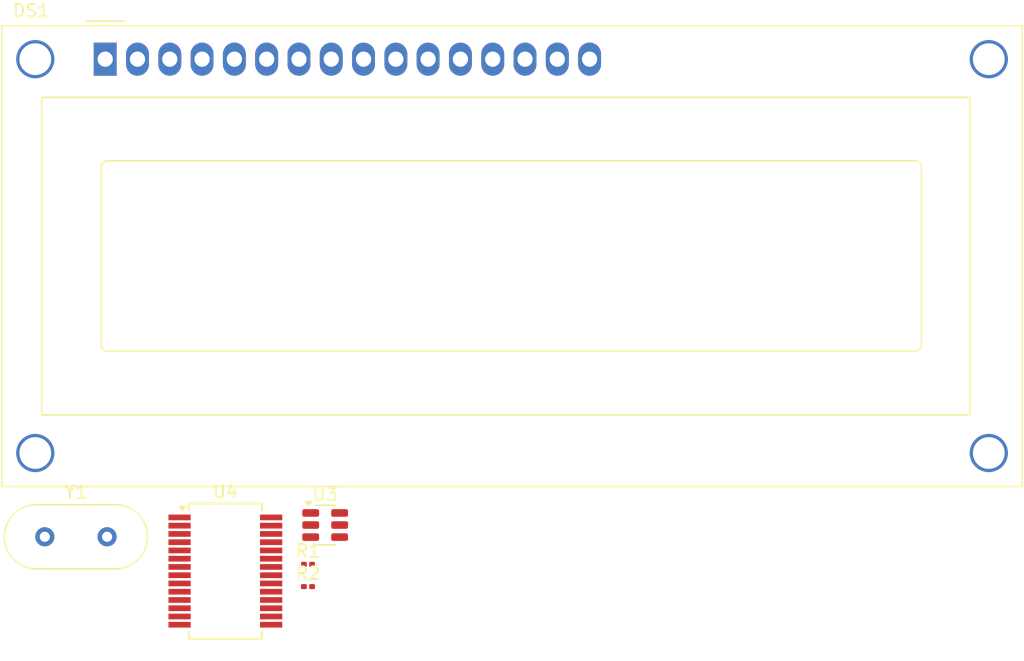
<source format=kicad_pcb>
(kicad_pcb (version 20241229) (generator "pcbnew") (generator_version "9.0")
  (layers (0 "F.Cu" signal) (2 "B.Cu" signal) (13 "F.Paste" user) (15 "B.Paste" user) (5 "F.SilkS" user "F.Silkscreen") (7 "B.SilkS" user "B.Silkscreen") (1 "F.Mask" user) (3 "B.Mask" user) (25 "Edge.Cuts" user))
  (net 0 "")
  (net 1 "VCC")
  (net 2 "Net-(DS1-D5)")
  (net 3 "ADC0")
  (net 4 "GND")
  (net 5 "Net-(DS1-D2)")
  (net 6 "Net-(DS1-D3)")
  (net 7 "Net-(DS1-D0)")
  (net 8 "Net-(DS1-D6)")
  (net 9 "Net-(DS1-D7)")
  (net 10 "ADC2")
  (net 11 "ADC1")
  (net 12 "Net-(DS1-D4)")
  (net 13 "Net-(DS1-D1)")
  (net 14 "Net-(U3-SDA)")
  (net 15 "SDA")
  (net 16 "Net-(U3-SCL)")
  (net 17 "SCL")
  (net 45 "XTAL2")
  (net 46 "XTAL1")
  (footprint "Display:WC1602A" (layer "F.Cu") (at 195.14312 27.6225)
    (property "Reference" "DS1" (at -5.82 -3.81 0) (layer "F.SilkS"))
    (property "Value" "WC1602A")
    (fp_line (start -8.14 -2.64) (end -8.14 33.64) (stroke (width 0.12)) (layer "F.SilkS"))
    (fp_line (start -8.14 33.64) (end 72.14 33.64) (stroke (width 0.12)) (layer "F.SilkS"))
    (fp_line (start -8.13 -2.64) (end -7.34 -2.64) (stroke (width 0.12)) (layer "F.SilkS"))
    (fp_line (start -5 3) (end 68 3) (stroke (width 0.12)) (layer "F.SilkS"))
    (fp_line (start -5 28) (end -5 3) (stroke (width 0.12)) (layer "F.SilkS"))
    (fp_line (start -1.5 -3) (end 1.5 -3) (stroke (width 0.12)) (layer "F.SilkS"))
    (fp_line (start -0.29972 22.49932) (end -0.29972 8.5) (stroke (width 0.12)) (layer "F.SilkS"))
    (fp_line (start 0.2 8) (end 63.7 8) (stroke (width 0.12)) (layer "F.SilkS"))
    (fp_line (start 63.70066 23) (end 0.2 23) (stroke (width 0.12)) (layer "F.SilkS"))
    (fp_line (start 64.2 8.5) (end 64.2 22.5) (stroke (width 0.12)) (layer "F.SilkS"))
    (fp_line (start 68 3) (end 68 28) (stroke (width 0.12)) (layer "F.SilkS"))
    (fp_line (start 68 28) (end -5 28) (stroke (width 0.12)) (layer "F.SilkS"))
    (fp_line (start 72.14 -2.64) (end -7.34 -2.64) (stroke (width 0.12)) (layer "F.SilkS"))
    (fp_line (start 72.14 33.64) (end 72.14 -2.64) (stroke (width 0.12)) (layer "F.SilkS"))
    (fp_arc (start -0.29972 8.49884) (mid -0.153162 8.145018) (end 0.20066 7.99846) (stroke (width 0.12)) (layer "F.SilkS"))
    (fp_arc (start 0.20066 22.9997) (mid -0.153162 22.853142) (end -0.29972 22.49932) (stroke (width 0.12)) (layer "F.SilkS"))
    (fp_arc (start 63.7 8) (mid 64.053553 8.146447) (end 64.2 8.5) (stroke (width 0.12)) (layer "F.SilkS"))
    (fp_arc (start 64.20104 22.49932) (mid 64.054482 22.853142) (end 63.70066 22.9997) (stroke (width 0.12)) (layer "F.SilkS"))
    (pad "" thru_hole circle (at -5.4991 0) (size 3 3) (drill 2.5) (layers "*.Cu" "*.Mask"))
    (pad "" thru_hole circle (at -5.4991 31.0007) (size 3 3) (drill 2.5) (layers "*.Cu" "*.Mask"))
    (pad "" thru_hole circle (at 69.49948 31.0007) (size 3 3) (drill 2.5) (layers "*.Cu" "*.Mask"))
    (pad "" thru_hole circle (at 69.5 0) (size 3 3) (drill 2.5) (layers "*.Cu" "*.Mask"))
    (pad "1" thru_hole rect (at 0 0) (size 1.8 2.6) (drill 1.2) (layers "*.Cu" "*.Mask") (net 4 "GND"))
    (pad "2" thru_hole oval (at 2.54 0) (size 1.8 2.6) (drill 1.2) (layers "*.Cu" "*.Mask") (net 1 "VCC"))
    (pad "3" thru_hole oval (at 5.08 0) (size 1.8 2.6) (drill 1.2) (layers "*.Cu" "*.Mask") (net 1 "VCC"))
    (pad "4" thru_hole oval (at 7.62 0) (size 1.8 2.6) (drill 1.2) (layers "*.Cu" "*.Mask") (net 3 "ADC0"))
    (pad "5" thru_hole oval (at 10.16 0) (size 1.8 2.6) (drill 1.2) (layers "*.Cu" "*.Mask") (net 10 "ADC2"))
    (pad "6" thru_hole oval (at 12.7 0) (size 1.8 2.6) (drill 1.2) (layers "*.Cu" "*.Mask") (net 11 "ADC1"))
    (pad "7" thru_hole oval (at 15.24 0) (size 1.8 2.6) (drill 1.2) (layers "*.Cu" "*.Mask") (net 7 "Net-(DS1-D0)"))
    (pad "8" thru_hole oval (at 17.78 0) (size 1.8 2.6) (drill 1.2) (layers "*.Cu" "*.Mask") (net 13 "Net-(DS1-D1)"))
    (pad "9" thru_hole oval (at 20.32 0) (size 1.8 2.6) (drill 1.2) (layers "*.Cu" "*.Mask") (net 5 "Net-(DS1-D2)"))
    (pad "10" thru_hole oval (at 22.86 0) (size 1.8 2.6) (drill 1.2) (layers "*.Cu" "*.Mask") (net 6 "Net-(DS1-D3)"))
    (pad "11" thru_hole oval (at 25.4 0) (size 1.8 2.6) (drill 1.2) (layers "*.Cu" "*.Mask") (net 12 "Net-(DS1-D4)"))
    (pad "12" thru_hole oval (at 27.94 0) (size 1.8 2.6) (drill 1.2) (layers "*.Cu" "*.Mask") (net 2 "Net-(DS1-D5)"))
    (pad "13" thru_hole oval (at 30.48 0) (size 1.8 2.6) (drill 1.2) (layers "*.Cu" "*.Mask") (net 8 "Net-(DS1-D6)"))
    (pad "14" thru_hole oval (at 33.02 0) (size 1.8 2.6) (drill 1.2) (layers "*.Cu" "*.Mask") (net 9 "Net-(DS1-D7)"))
    (pad "15" thru_hole oval (at 35.56 0) (size 1.8 2.6) (drill 1.2) (layers "*.Cu" "*.Mask") (net 1 "VCC"))
    (pad "16" thru_hole oval (at 38.1 0) (size 1.8 2.6) (drill 1.2) (layers "*.Cu" "*.Mask") (net 4 "GND"))
  )
  (footprint "Resistor_SMD:R_0201_0603Metric" (layer "F.Cu") (at 211.09312 69.1375)
    (property "Reference" "R2" (at 0 -1.05 0) (layer "F.SilkS"))
    (property "Value" "4.7k")
    (pad "1" smd roundrect (at -0.32 0) (size 0.46 0.4) (layers "F.Cu" "F.Mask") (net 16 "Net-(U3-SCL)"))
    (pad "2" smd roundrect (at 0.32 0) (size 0.46 0.4) (layers "F.Cu" "F.Mask") (net 17 "SCL"))
  )
  (footprint "Resistor_SMD:R_0201_0603Metric" (layer "F.Cu") (at 211.09312 67.3875)
    (property "Reference" "R1" (at 0 -1.05 0) (layer "F.SilkS"))
    (property "Value" "4.7k")
    (pad "1" smd roundrect (at -0.32 0) (size 0.46 0.4) (layers "F.Cu" "F.Mask") (net 14 "Net-(U3-SDA)"))
    (pad "2" smd roundrect (at 0.32 0) (size 0.46 0.4) (layers "F.Cu" "F.Mask") (net 15 "SDA"))
  )
  (footprint "Crystal:Crystal_HC18-U_Vertical" (layer "F.Cu") (at 190.39312 65.2175)
    (property "Reference" "Y1" (at 2.45 -3.525 0) (layer "F.SilkS"))
    (property "Value" "Crystal")
    (fp_line (start -0.675 -2.525) (end 5.575 -2.525) (stroke (width 0.12)) (layer "F.SilkS"))
    (fp_line (start -0.675 2.525) (end 5.575 2.525) (stroke (width 0.12)) (layer "F.SilkS"))
    (fp_arc (start -0.675 2.525) (mid -3.2 0) (end -0.675 -2.525) (stroke (width 0.12)) (layer "F.SilkS"))
    (fp_arc (start 5.575 -2.525) (mid 8.1 0) (end 5.575 2.525) (stroke (width 0.12)) (layer "F.SilkS"))
    (pad "1" thru_hole circle (at 0 0) (size 1.5 1.5) (drill 0.8) (layers "*.Cu" "*.Mask") (net 46 "XTAL1"))
    (pad "2" thru_hole circle (at 4.9 0) (size 1.5 1.5) (drill 0.8) (layers "*.Cu" "*.Mask") (net 45 "XTAL2"))
  )
  (footprint "Package_SO:SSOP-28_5.3x10.2mm_P0.65mm" (layer "F.Cu") (at 204.59312 67.9175)
    (property "Reference" "U4" (at 0 -6.25 0) (layer "F.SilkS"))
    (property "Value" "FT232RL")
    (fp_line (start -2.875 -5.325) (end -2.875 -4.75) (stroke (width 0.15)) (layer "F.SilkS"))
    (fp_line (start -2.875 -5.325) (end 2.875 -5.325) (stroke (width 0.15)) (layer "F.SilkS"))
    (fp_line (start -2.875 4.75) (end -2.875 5.325) (stroke (width 0.15)) (layer "F.SilkS"))
    (fp_line (start -2.875 5.325) (end 2.875 5.325) (stroke (width 0.15)) (layer "F.SilkS"))
    (fp_line (start 2.875 -5.325) (end 2.875 -4.75) (stroke (width 0.15)) (layer "F.SilkS"))
    (fp_line (start 2.875 4.75) (end 2.875 5.325) (stroke (width 0.15)) (layer "F.SilkS"))
    (fp_poly (pts (xy -3.375 -4.75) (xy -3.615 -5.08) (xy -3.135 -5.08) (xy -3.375 -4.75)) (stroke (width 0.12)) (fill yes) (layer "F.SilkS"))
    (pad "1" smd rect (at -3.6 -4.225) (size 1.75 0.45) (layers "F.Cu" "F.Mask" "F.Paste"))
    (pad "2" smd rect (at -3.6 -3.575) (size 1.75 0.45) (layers "F.Cu" "F.Mask" "F.Paste"))
    (pad "3" smd rect (at -3.6 -2.925) (size 1.75 0.45) (layers "F.Cu" "F.Mask" "F.Paste"))
    (pad "4" smd rect (at -3.6 -2.275) (size 1.75 0.45) (layers "F.Cu" "F.Mask" "F.Paste"))
    (pad "5" smd rect (at -3.6 -1.625) (size 1.75 0.45) (layers "F.Cu" "F.Mask" "F.Paste"))
    (pad "6" smd rect (at -3.6 -0.975) (size 1.75 0.45) (layers "F.Cu" "F.Mask" "F.Paste"))
    (pad "7" smd rect (at -3.6 -0.325) (size 1.75 0.45) (layers "F.Cu" "F.Mask" "F.Paste"))
    (pad "8" smd rect (at -3.6 0.325) (size 1.75 0.45) (layers "F.Cu" "F.Mask" "F.Paste"))
    (pad "9" smd rect (at -3.6 0.975) (size 1.75 0.45) (layers "F.Cu" "F.Mask" "F.Paste"))
    (pad "10" smd rect (at -3.6 1.625) (size 1.75 0.45) (layers "F.Cu" "F.Mask" "F.Paste"))
    (pad "11" smd rect (at -3.6 2.275) (size 1.75 0.45) (layers "F.Cu" "F.Mask" "F.Paste"))
    (pad "12" smd rect (at -3.6 2.925) (size 1.75 0.45) (layers "F.Cu" "F.Mask" "F.Paste"))
    (pad "13" smd rect (at -3.6 3.575) (size 1.75 0.45) (layers "F.Cu" "F.Mask" "F.Paste"))
    (pad "14" smd rect (at -3.6 4.225) (size 1.75 0.45) (layers "F.Cu" "F.Mask" "F.Paste"))
    (pad "15" smd rect (at 3.6 4.225) (size 1.75 0.45) (layers "F.Cu" "F.Mask" "F.Paste"))
    (pad "16" smd rect (at 3.6 3.575) (size 1.75 0.45) (layers "F.Cu" "F.Mask" "F.Paste"))
    (pad "17" smd rect (at 3.6 2.925) (size 1.75 0.45) (layers "F.Cu" "F.Mask" "F.Paste"))
    (pad "18" smd rect (at 3.6 2.275) (size 1.75 0.45) (layers "F.Cu" "F.Mask" "F.Paste"))
    (pad "19" smd rect (at 3.6 1.625) (size 1.75 0.45) (layers "F.Cu" "F.Mask" "F.Paste"))
    (pad "20" smd rect (at 3.6 0.975) (size 1.75 0.45) (layers "F.Cu" "F.Mask" "F.Paste"))
    (pad "21" smd rect (at 3.6 0.325) (size 1.75 0.45) (layers "F.Cu" "F.Mask" "F.Paste"))
    (pad "22" smd rect (at 3.6 -0.325) (size 1.75 0.45) (layers "F.Cu" "F.Mask" "F.Paste"))
    (pad "23" smd rect (at 3.6 -0.975) (size 1.75 0.45) (layers "F.Cu" "F.Mask" "F.Paste"))
    (pad "24" smd rect (at 3.6 -1.625) (size 1.75 0.45) (layers "F.Cu" "F.Mask" "F.Paste"))
    (pad "25" smd rect (at 3.6 -2.275) (size 1.75 0.45) (layers "F.Cu" "F.Mask" "F.Paste"))
    (pad "26" smd rect (at 3.6 -2.925) (size 1.75 0.45) (layers "F.Cu" "F.Mask" "F.Paste"))
    (pad "27" smd rect (at 3.6 -3.575) (size 1.75 0.45) (layers "F.Cu" "F.Mask" "F.Paste"))
    (pad "28" smd rect (at 3.6 -4.225) (size 1.75 0.45) (layers "F.Cu" "F.Mask" "F.Paste"))
  )
  (footprint "Package_TO_SOT_SMD:SOT-23-6" (layer "F.Cu") (at 212.44312 64.2925)
    (property "Reference" "U3" (at 0 -2.4 0) (layer "F.SilkS"))
    (property "Value" "MCP4725xxx-xCH")
    (fp_line (start 0 -1.56) (end -0.8 -1.56) (stroke (width 0.12)) (layer "F.SilkS"))
    (fp_line (start 0 -1.56) (end 0.8 -1.56) (stroke (width 0.12)) (layer "F.SilkS"))
    (fp_line (start 0 1.56) (end -0.8 1.56) (stroke (width 0.12)) (layer "F.SilkS"))
    (fp_line (start 0 1.56) (end 0.8 1.56) (stroke (width 0.12)) (layer "F.SilkS"))
    (fp_poly (pts (xy -1.3 -1.51) (xy -1.54 -1.84) (xy -1.06 -1.84) (xy -1.3 -1.51)) (stroke (width 0.12)) (fill yes) (layer "F.SilkS"))
    (pad "1" smd roundrect (at -1.1375 -0.95) (size 1.325 0.6) (layers "F.Cu" "F.Mask" "F.Paste"))
    (pad "2" smd roundrect (at -1.1375 0) (size 1.325 0.6) (layers "F.Cu" "F.Mask" "F.Paste") (net 4 "GND"))
    (pad "3" smd roundrect (at -1.1375 0.95) (size 1.325 0.6) (layers "F.Cu" "F.Mask" "F.Paste") (net 1 "VCC"))
    (pad "4" smd roundrect (at 1.1375 0.95) (size 1.325 0.6) (layers "F.Cu" "F.Mask" "F.Paste") (net 14 "Net-(U3-SDA)"))
    (pad "5" smd roundrect (at 1.1375 0) (size 1.325 0.6) (layers "F.Cu" "F.Mask" "F.Paste") (net 16 "Net-(U3-SCL)"))
    (pad "6" smd roundrect (at 1.1375 -0.95) (size 1.325 0.6) (layers "F.Cu" "F.Mask" "F.Paste") (net 1 "VCC"))
  )
)
</source>
